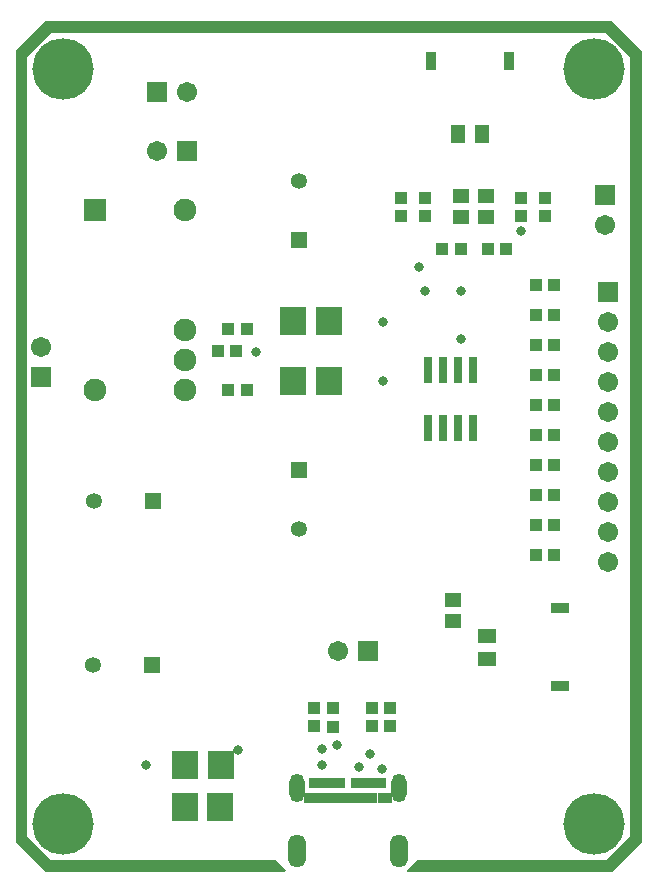
<source format=gts>
G04*
G04 #@! TF.GenerationSoftware,Altium Limited,Altium Designer,20.2.4 (192)*
G04*
G04 Layer_Color=8388736*
%FSLAX25Y25*%
%MOIN*%
G70*
G04*
G04 #@! TF.SameCoordinates,2DDED56A-656B-4157-8572-3E544114C1A7*
G04*
G04*
G04 #@! TF.FilePolarity,Negative*
G04*
G01*
G75*
%ADD27R,0.01981X0.03556*%
%ADD28R,0.04737X0.03556*%
%ADD29R,0.06312X0.03359*%
%ADD30R,0.06115X0.05131*%
%ADD31R,0.06312X0.05131*%
%ADD32R,0.03359X0.06312*%
%ADD33R,0.05131X0.06115*%
%ADD34R,0.05131X0.06312*%
%ADD35R,0.08674X0.09461*%
%ADD36R,0.04100X0.03950*%
%ADD37R,0.03950X0.04100*%
%ADD38R,0.03162X0.08556*%
%ADD39R,0.05800X0.04800*%
%ADD40O,0.05131X0.09461*%
%ADD41O,0.05918X0.11036*%
%ADD42R,0.07591X0.07591*%
%ADD43C,0.07591*%
%ADD44R,0.06706X0.06706*%
%ADD45C,0.06706*%
%ADD46C,0.20485*%
%ADD47C,0.05328*%
%ADD48R,0.05328X0.05328*%
%ADD49R,0.05328X0.05328*%
%ADD50R,0.06706X0.06706*%
%ADD51C,0.03162*%
G36*
X192913Y257874D02*
Y-5906D01*
X183071Y-15748D01*
X114827D01*
X114635Y-15286D01*
X118110Y-11811D01*
X181102D01*
X188976Y-3937D01*
X188976Y255906D01*
X181102Y263779D01*
X-3937D01*
X-11811Y255906D01*
Y-3937D01*
X-3937Y-11811D01*
X70866D01*
X74341Y-15286D01*
X74150Y-15748D01*
X-5906D01*
X-15748Y-5906D01*
Y257874D01*
X-5906Y267717D01*
X183071D01*
X192913Y257874D01*
D02*
G37*
D27*
X83189Y13842D02*
D03*
X85158D02*
D03*
X87126D02*
D03*
X89095D02*
D03*
X91063D02*
D03*
X93032D02*
D03*
X96969D02*
D03*
X98937D02*
D03*
X100906D02*
D03*
X102874D02*
D03*
X104842D02*
D03*
X106811D02*
D03*
X103858Y8724D02*
D03*
X101890D02*
D03*
X99921D02*
D03*
X97953D02*
D03*
X95984D02*
D03*
X94016D02*
D03*
X92047D02*
D03*
X90079D02*
D03*
X88110D02*
D03*
X86142D02*
D03*
D28*
X107205D02*
D03*
X82795D02*
D03*
D29*
X165650Y72087D02*
D03*
Y46024D02*
D03*
D30*
X141437Y62992D02*
D03*
D31*
Y55118D02*
D03*
D32*
X122701Y254390D02*
D03*
X148764D02*
D03*
D33*
X131795Y230177D02*
D03*
D34*
X139669D02*
D03*
D35*
X52551Y19827D02*
D03*
X40740D02*
D03*
X52457Y5827D02*
D03*
X40646D02*
D03*
X88551Y147827D02*
D03*
X76740D02*
D03*
Y167827D02*
D03*
X88551D02*
D03*
D36*
X61246Y165327D02*
D03*
X55045D02*
D03*
X61246Y144827D02*
D03*
X55045D02*
D03*
X51545Y157827D02*
D03*
X57746D02*
D03*
X157545Y89827D02*
D03*
X163746D02*
D03*
X157545Y99827D02*
D03*
X163746D02*
D03*
X157545Y109827D02*
D03*
X163746D02*
D03*
X157545Y119827D02*
D03*
X163746D02*
D03*
X157545Y129827D02*
D03*
X163746D02*
D03*
X157545Y139827D02*
D03*
X163746D02*
D03*
X157545Y149827D02*
D03*
X163746D02*
D03*
X157545Y179827D02*
D03*
X163746D02*
D03*
X157545Y159827D02*
D03*
X163746D02*
D03*
X157545Y169827D02*
D03*
X163746D02*
D03*
X132646Y191827D02*
D03*
X126445D02*
D03*
X147746D02*
D03*
X141545D02*
D03*
D37*
X90146Y32626D02*
D03*
Y38827D02*
D03*
X112646Y208927D02*
D03*
Y202726D02*
D03*
X160646Y202726D02*
D03*
Y208927D02*
D03*
X152646Y202726D02*
D03*
Y208927D02*
D03*
X120646Y208927D02*
D03*
Y202726D02*
D03*
X83646Y32726D02*
D03*
Y38927D02*
D03*
X109146Y32726D02*
D03*
Y38927D02*
D03*
X103146Y32726D02*
D03*
Y38927D02*
D03*
D38*
X136583Y151496D02*
D03*
X131583D02*
D03*
X126583D02*
D03*
X121583D02*
D03*
Y132008D02*
D03*
X126583D02*
D03*
X131583D02*
D03*
X136583D02*
D03*
D39*
X132583Y202339D02*
D03*
Y209425D02*
D03*
X129921Y67716D02*
D03*
Y74803D02*
D03*
X141083Y202382D02*
D03*
Y209469D02*
D03*
D40*
X77992Y12228D02*
D03*
X112008D02*
D03*
D41*
X77992Y-8874D02*
D03*
X112008D02*
D03*
D42*
X10646Y204827D02*
D03*
D43*
Y144827D02*
D03*
X40646D02*
D03*
Y154827D02*
D03*
Y164827D02*
D03*
Y204827D02*
D03*
D44*
X101646Y57827D02*
D03*
X41496Y224410D02*
D03*
X31496Y244094D02*
D03*
D45*
X91646Y57827D02*
D03*
X-7354Y159327D02*
D03*
X31496Y224410D02*
D03*
X180646Y199827D02*
D03*
X41496Y244094D02*
D03*
X181591Y87543D02*
D03*
Y97543D02*
D03*
Y107543D02*
D03*
Y117543D02*
D03*
Y127543D02*
D03*
Y137543D02*
D03*
Y147543D02*
D03*
Y157543D02*
D03*
Y167543D02*
D03*
D46*
X177165Y0D02*
D03*
Y251969D02*
D03*
X0D02*
D03*
Y0D02*
D03*
D47*
X10303Y107827D02*
D03*
X10146Y53327D02*
D03*
X78740Y98425D02*
D03*
Y214567D02*
D03*
D48*
X29988Y107827D02*
D03*
X29831Y53327D02*
D03*
D49*
X78740Y118110D02*
D03*
Y194882D02*
D03*
D50*
X-7354Y149327D02*
D03*
X180646Y209827D02*
D03*
X181591Y177543D02*
D03*
D51*
X86500Y25000D02*
D03*
X98574Y19327D02*
D03*
X106457Y18457D02*
D03*
X86409Y19685D02*
D03*
X102401Y23650D02*
D03*
X58355Y24955D02*
D03*
X91446Y26527D02*
D03*
X27630Y19756D02*
D03*
X64209Y157571D02*
D03*
X106547Y167482D02*
D03*
X106646Y147827D02*
D03*
X152734Y197674D02*
D03*
X120646Y177827D02*
D03*
X132646Y161827D02*
D03*
Y177827D02*
D03*
X118646Y185827D02*
D03*
M02*

</source>
